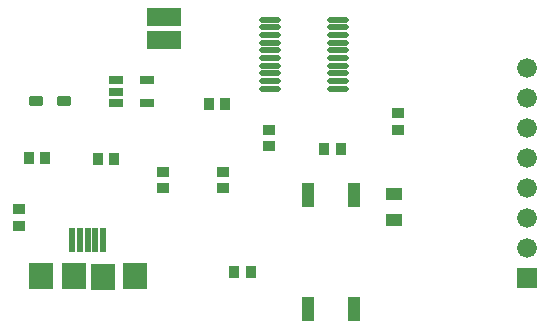
<source format=gts>
G04 Layer: TopSolderMaskLayer*
G04 EasyEDA v6.5.40, 2024-08-14 22:01:03*
G04 cb6e2e9fbd21486d88ae5690d2d3dc00,10*
G04 Gerber Generator version 0.2*
G04 Scale: 100 percent, Rotated: No, Reflected: No *
G04 Dimensions in millimeters *
G04 leading zeros omitted , absolute positions ,4 integer and 5 decimal *
%FSLAX45Y45*%
%MOMM*%

%AMMACRO1*1,1,$1,$2,$3*1,1,$1,$4,$5*1,1,$1,0-$2,0-$3*1,1,$1,0-$4,0-$5*20,1,$1,$2,$3,$4,$5,0*20,1,$1,$4,$5,0-$2,0-$3,0*20,1,$1,0-$2,0-$3,0-$4,0-$5,0*20,1,$1,0-$4,0-$5,$2,$3,0*4,1,4,$2,$3,$4,$5,0-$2,0-$3,0-$4,0-$5,$2,$3,0*%
%ADD10O,1.8436082X0.4656074*%
%ADD11MACRO1,0.1016X-0.4X0.45X0.4X0.45*%
%ADD12MACRO1,0.1016X0.45X0.4X0.45X-0.4*%
%ADD13R,1.0016X0.9016*%
%ADD14MACRO1,0.1016X0.4X-0.45X-0.4X-0.45*%
%ADD15MACRO1,0.1016X0.5X-0.375X-0.5X-0.375*%
%ADD16MACRO1,0.1016X0.55X-0.3X-0.55X-0.3*%
%ADD17MACRO1,0.1016X1.35X-0.75X1.35X0.75*%
%ADD18R,1.1016X2.1016*%
%ADD19MACRO1,0.1016X0.225X1X0.225X-1*%
%ADD20R,2.0016X2.2016*%
%ADD21MACRO1,0.1016X-0.432X0.4032X0.432X0.4032*%
%ADD22MACRO1,0.1016X-0.432X-0.4032X0.432X-0.4032*%
%ADD23R,1.3516X1.1016*%
%ADD24R,1.6764X1.6764*%
%ADD25C,1.6764*%

%LPD*%
D10*
G01*
X2646603Y279806D03*
G01*
X2646603Y214807D03*
G01*
X2646603Y149809D03*
G01*
X2646603Y84810D03*
G01*
X2646603Y19786D03*
G01*
X2646603Y-45212D03*
G01*
X2646603Y-110210D03*
G01*
X2646603Y-175209D03*
G01*
X2646603Y-240207D03*
G01*
X2646603Y-305206D03*
G01*
X3220796Y279806D03*
G01*
X3220796Y214807D03*
G01*
X3220796Y149809D03*
G01*
X3220796Y84810D03*
G01*
X3220796Y19786D03*
G01*
X3220796Y-45212D03*
G01*
X3220796Y-110210D03*
G01*
X3220796Y-175209D03*
G01*
X3220796Y-240207D03*
G01*
X3220796Y-305206D03*
D11*
G01*
X3244999Y-812800D03*
G01*
X3105000Y-812800D03*
D12*
G01*
X2641600Y-793899D03*
G01*
X2641600Y-653900D03*
G01*
X1739900Y-1149499D03*
G01*
X1739900Y-1009500D03*
D13*
G01*
X2247900Y-1009497D03*
G01*
X2247900Y-1149502D03*
D14*
G01*
X603100Y-889000D03*
G01*
X743099Y-889000D03*
G01*
X1187300Y-901700D03*
G01*
X1327299Y-901700D03*
G01*
X2127100Y-431800D03*
G01*
X2267099Y-431800D03*
D15*
G01*
X670144Y-406400D03*
G01*
X904650Y-406400D03*
D16*
G01*
X1603211Y-235203D03*
G01*
X1603211Y-425196D03*
G01*
X1343188Y-425196D03*
G01*
X1343188Y-330200D03*
G01*
X1343188Y-235203D03*
D17*
G01*
X1752600Y108200D03*
G01*
X1752600Y298199D03*
D18*
G01*
X2967304Y-2169109D03*
G01*
X2967304Y-1209090D03*
G01*
X3357321Y-2169109D03*
G01*
X3357321Y-1209090D03*
D19*
G01*
X1234922Y-1586395D03*
G01*
X1169898Y-1586395D03*
G01*
X1104874Y-1586395D03*
G01*
X1039850Y-1586395D03*
G01*
X974826Y-1586395D03*
D20*
G01*
X1504899Y-1893417D03*
G01*
X704900Y-1893417D03*
G01*
X983919Y-1894941D03*
G01*
X1235887Y-1896897D03*
D11*
G01*
X2482999Y-1854200D03*
G01*
X2343000Y-1854200D03*
D21*
G01*
X3733800Y-659524D03*
D22*
G01*
X3733800Y-508875D03*
D23*
G01*
X3695710Y-1418102D03*
G01*
X3695710Y-1198087D03*
D21*
G01*
X520700Y-1472324D03*
D22*
G01*
X520700Y-1321675D03*
D24*
G01*
X4826000Y-1905000D03*
D25*
G01*
X4826000Y-1651000D03*
G01*
X4826000Y-1397000D03*
G01*
X4826000Y-1143000D03*
G01*
X4826000Y-889000D03*
G01*
X4826000Y-635000D03*
G01*
X4826000Y-381000D03*
G01*
X4826000Y-127000D03*
M02*

</source>
